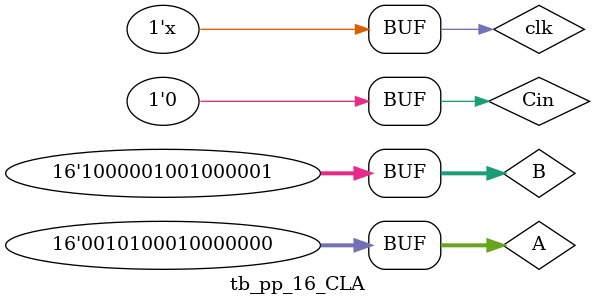
<source format=v>
`timescale 1ns/1ns

 module pgu(a,b,p,g);  
input [15:0] a,b;
output [15:0] p,g;

assign p=a^b;
assign g=a&b;

endmodule

module bclu(p,g,cin,ps,gs,c);  
input [3:0] p,g;
input cin;
output ps,gs;
output [2:0] c;

assign ps=p[3]&p[2]&p[1]&p[0];
assign gs=g[3]|p[3]&g[2]|p[3]&p[2]&g[1]|p[3]&p[2]&p[1]&g[0];

assign c[0]=g[0]|p[0]&cin;
assign c[1]=g[1]|p[1]&g[0]|p[1]&p[0]&cin;
assign c[2]=g[2]|p[2]&g[1]|p[2]&p[1]&g[0]|p[2]&p[1]&p[0]&cin;

endmodule

module clu(ps,gs,cin,c);   
input ps,gs,cin;
output c;

assign c=gs|ps&cin;

endmodule

module su(p,cin,c,s);   
input [15:0] p;
input cin;
input [14:0] c;
output [15:0] s;

assign s=p^{c,cin};
endmodule

module delay5_3(i,clk,o);
  input [2:0] i;
  input clk;
  output reg [2:0] o;

  reg [2:0] r_data [0:3];
  
  always@(posedge clk) begin
    r_data[0] <= i;
    r_data[1] <= r_data[0];
    r_data[2] <= r_data[1];
    r_data[3] <= r_data[2];
    o <= r_data[3];
  
end

endmodule

module delay4_3(i,clk,o);
  input [2:0] i;
  input clk;
  output reg [2:0] o;

  reg [2:0] r_data [0:2];
  
  always@(posedge clk) begin
    r_data[0] <= i;
    r_data[1] <= r_data[0];
    r_data[2] <= r_data[1];
    o <= r_data[2];
  
end

endmodule

module delay3_3(i,clk,o);
  input [2:0] i;
  input clk;
  output reg [2:0] o;

  reg [2:0] r_data [0:1];
  
  always@(posedge clk) begin
    r_data[0] <= i;
    r_data[1] <= r_data[0];
    o <= r_data[1];
  
end

endmodule

module delay2_3(i,clk,o);
  input [2:0] i;
  input clk;
  output reg [2:0] o;

  reg [2:0] r_data;
  
  always@(posedge clk) begin
    r_data <= i;
    o <= r_data;
  
end

endmodule

module delay1_4(i,clk,o);
  input [3:0] i;
  input clk;
  output reg [3:0] o;
  
  always@(posedge clk) begin
    o<=i;
  
end

endmodule

module delay2_4(d,clk,q);

  input [3:0] d;
  input clk;
  output reg [3:0] q;

  reg [3:0] r_data;

  always@(posedge clk) begin
    r_data <= d;
    q <= r_data;
   end
 endmodule

module delay3_4(i,clk,o);

  input [3:0] i;
  input clk;
  output reg [3:0] o;
  reg [3:0] r_data[0:1];

  always@(posedge clk) begin
    r_data[0] <= i;
    r_data[1] <= r_data[0];
    o <= r_data[1];
   end
 endmodule

module delay4_4(i,clk,o);

  input [3:0] i;
  input clk;
  output reg [3:0] o;
  reg [3:0] r_data[0:2];

  always@(posedge clk) begin
    r_data[0] <= i;
    r_data[1] <= r_data[0];
    r_data[2] <= r_data[1];
    o <= r_data[2];
   end
 endmodule

module delay6_16(i,clk,o);

  input [15:0] i;
  input clk;
  output reg [15:0] o;
  reg [15:0] r_data[0:4];

  always@(posedge clk) begin
    r_data[0] <= i;
    r_data[1] <= r_data[0];
    r_data[2] <= r_data[1];
    r_data[3] <= r_data[2];
    r_data[4] <= r_data[3];
    o <= r_data[4];
   end
 endmodule

module delay4_16(i,clk,o);

  input [15:0] i;
  input clk;
  output reg [15:0] o;
  reg [15:0] r_data[0:2];

  always@(posedge clk) begin
    r_data[0] <= i;
    r_data[1] <= r_data[0];
    r_data[2] <= r_data[1];
    o <= r_data[2];
   end
 endmodule

module delay1_16(i,clk,o);
  input [15:0] i;
  input clk;
  output reg [15:0] o;
  
  always@(posedge clk) begin
    o<=i;
  
end

endmodule

module delay1(i,clk,o);
  input i, clk;
  output reg o;
  
  always@(posedge clk) begin
    o<=i;
  
end
endmodule

module delay2(i,clk,o);
  input i, clk;
  output reg o;
  reg r_data;
 
  always@(posedge clk) begin
    r_data <= i;
    o <= r_data;
   end
 endmodule

module delay3(i,clk,o);
  input i, clk;
  output reg o;
  reg r_data[0:1];

  always@(posedge clk) begin
    r_data[0] <= i;
    r_data[1] <= r_data[0];
    o <= r_data[1];
   end
 endmodule

module delay4(i,clk,o);
  input i, clk;
  output reg o;
  reg r_data[0:2];

  always@(posedge clk) begin
    r_data[0] <= i;
    r_data[1] <= r_data[0];
    r_data[2] <= r_data[1];
    o <= r_data[2];
   end
 endmodule

module delay7(i,clk,o);
  input i, clk;
  output reg o;
  reg r_data[0:5];

  always@(posedge clk) begin
    r_data[0] <= i;
    r_data[1] <= r_data[0];
    r_data[2] <= r_data[1];
    r_data[3] <= r_data[2];
    r_data[4] <= r_data[3];
    r_data[5] <= r_data[4];
    o <= r_data[5];
   end
 endmodule

module CLA(a,b,cin,clk,s,cout);
input [15:0] a,b;
input cin;
input clk;
output [15:0] s;
output cout;

wire [15:0]p,g;
wire [14:0]c;
wire [3:0]ps,gs;

wire [15:0] A,B,P,G,P6;
wire CIN2,CIN3,CIN7;
wire [3:0]PS,GS;
wire [14:0]C;
wire C3,C7,C11,COUT;

delay1_16 f0(a,clk,A);
delay1_16 f1(b,clk,B);

delay2 f7(cin,clk,CIN2);
delay3 f8(cin,clk,CIN3);
delay7 f9(cin,clk,CIN7);

pgu pgu_pp0(A,B,p,g);

delay1_4 f2(p[3:0],clk,P[3:0]);
delay2_4 f3(p[7:4],clk,P[7:4]);
delay3_4 f4(p[11:8],clk,P[11:8]);
delay4_4 f5(p[15:12],clk,P[15:12]);
delay1_4 g2(g[3:0],clk,G[3:0]);
delay2_4 g3(g[7:4],clk,G[7:4]);
delay3_4 g4(g[11:8],clk,G[11:8]);
delay4_4 g5(g[15:12],clk,G[15:12]);
delay6_16 f6(p,clk,P6);

bclu bclu_pp0(P[3:0],G[3:0],CIN2,ps[0],gs[0],c[2:0]);
bclu bclu_pp1(P[7:4],G[7:4],c[3],ps[1],gs[1],c[6:4]);
bclu bclu_pp2(P[11:8],G[11:8],c[7],ps[2],gs[2],c[10:8]);
bclu bclu_pp3(P[15:12],G[15:12],c[11],ps[3],gs[3],c[14:12]);

delay1_4 d0(ps,clk,PS);
delay1_4 d1(gs,clk,GS);	

delay5_3 dl_c0(c[2:0],clk,C[2:0]);
delay4_3 dl_c1(c[6:4],clk,C[6:4]);
delay3_3 dl_c2(c[10:8],clk,C[10:8]);
delay2_3 dl_c3(c[14:12],clk,C[14:12]);

delay1 c0(c[3],clk,C3);	
delay1 c1(c[7],clk,C7);
delay1 c2(c[11],clk,C11);



clu clu_pp0(PS[0],GS[0],CIN3,c[3]);
clu clu_pp1(PS[1],GS[1],C3,c[7]);
clu clu_pp2(PS[2],GS[2],C7,c[11]);
clu clu_pp3(PS[3],GS[3],C11,COUT);

delay4 PL0(c[3],clk,C[3]);
delay3 PL1(c[7],clk,C[7]);
delay2 PL2(c[11],clk,C[11]);
delay1 c3(COUT,clk,cout);

su su0(P6,CIN7,C,s);

endmodule


module tb_pp_16_CLA();
 reg clk=1'b0;
 reg [15:0]A, B;
 reg Cin; 
 wire [15:0]S;
 wire Cout;

 CLA cla_16_0(A,B,Cin,clk,S,Cout);
 
 always #5 clk=~clk;
 
 initial begin
 A=16'b0101_0101_1111_0101; B=16'b0101_0100_0100_1000; Cin=0;
#10
 A=16'b0010_0100_0010_0100; B=16'b0000_0100_0100_1001; Cin=1;
#10
 A=16'b0010_1000_1000_0000; B=16'b1000_0010_0100_0001; Cin=0;

  end
endmodule



</source>
